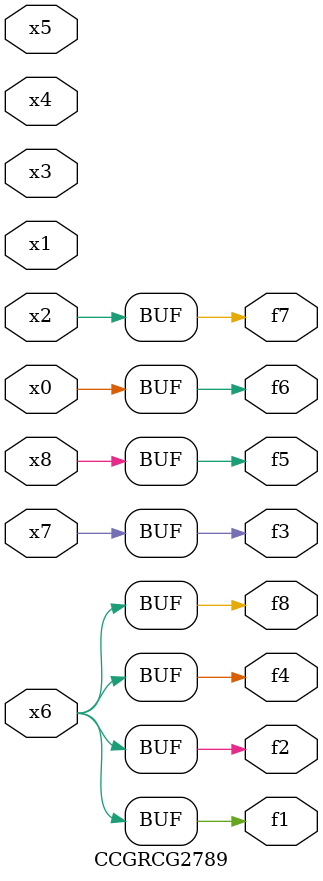
<source format=v>
module CCGRCG2789(
	input x0, x1, x2, x3, x4, x5, x6, x7, x8,
	output f1, f2, f3, f4, f5, f6, f7, f8
);
	assign f1 = x6;
	assign f2 = x6;
	assign f3 = x7;
	assign f4 = x6;
	assign f5 = x8;
	assign f6 = x0;
	assign f7 = x2;
	assign f8 = x6;
endmodule

</source>
